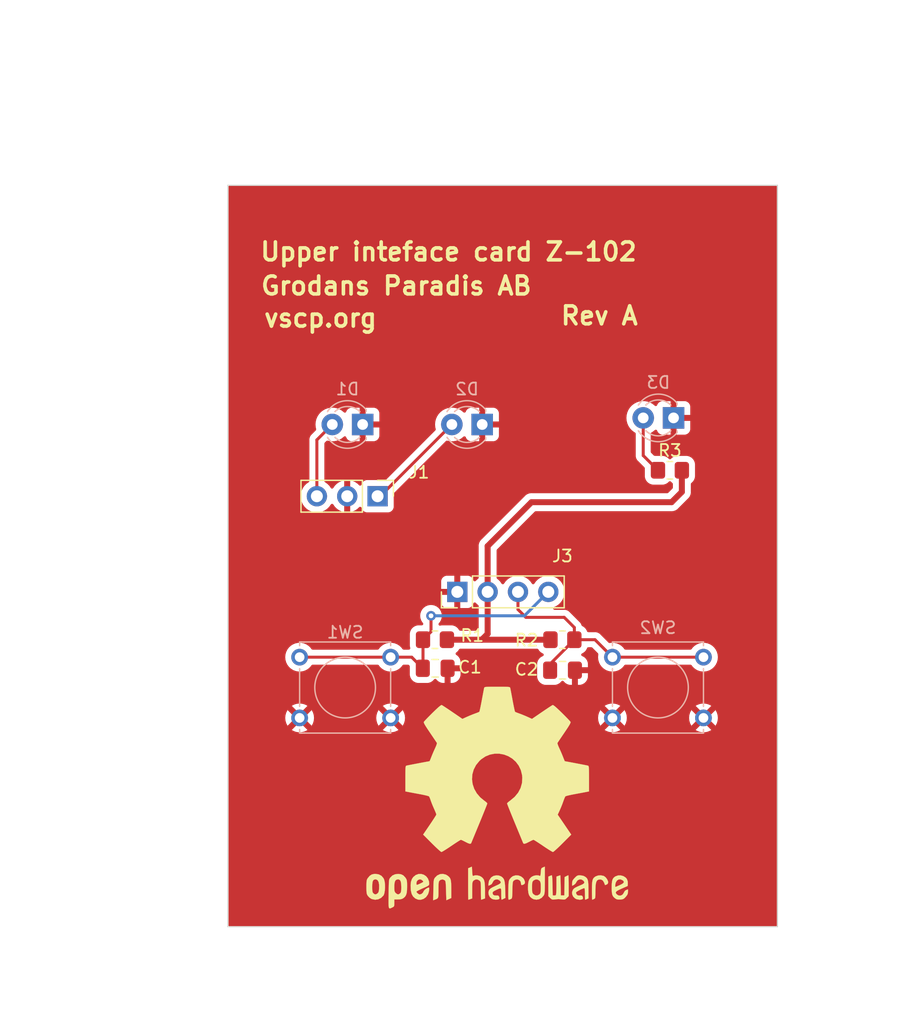
<source format=kicad_pcb>
(kicad_pcb (version 20221018) (generator pcbnew)
  (layers (0 "F.Cu" signal) (31 "B.Cu" signal) (34 "B.Paste" user) (35 "F.Paste" user) (36 "B.SilkS" user "B.Silkscreen") (37 "F.SilkS" user "F.Silkscreen") (38 "B.Mask" user) (39 "F.Mask" user) (44 "Edge.Cuts" user))
  (net 0 "")
  (net 1 "Net-(J3-Pin_4)")
  (net 2 "GND")
  (net 3 "Net-(J3-Pin_3)")
  (net 4 "Net-(D1-A)")
  (net 5 "Net-(D2-A)")
  (net 6 "Net-(D3-A)")
  (net 7 "+3.3V")
  (footprint "Connector_PinHeader_2.54mm:PinHeader_1x03_P2.54mm_Vertical" (layer "F.Cu") (at 112.525 86 -90)
    (fp_text reference "J1" (at -2 -3.475 -180) (layer "F.SilkS"))
    (fp_text value "Conn_01x03" hide)
    (fp_line (start -1.33 -1.33) (end 0 -1.33) (stroke (width 0.12)) (layer "F.SilkS"))
    (fp_line (start -1.33 0) (end -1.33 -1.33) (stroke (width 0.12)) (layer "F.SilkS"))
    (fp_line (start -1.33 1.27) (end -1.33 6.41) (stroke (width 0.12)) (layer "F.SilkS"))
    (fp_line (start -1.33 1.27) (end 1.33 1.27) (stroke (width 0.12)) (layer "F.SilkS"))
    (fp_line (start -1.33 6.41) (end 1.33 6.41) (stroke (width 0.12)) (layer "F.SilkS"))
    (fp_line (start 1.33 1.27) (end 1.33 6.41) (stroke (width 0.12)) (layer "F.SilkS"))
    (pad "1" thru_hole rect (at 0 0 270) (size 1.7 1.7) (drill 1) (layers "*.Cu" "*.Mask") (net 5 "Net-(D2-A)"))
    (pad "2" thru_hole oval (at 0 2.54 270) (size 1.7 1.7) (drill 1) (layers "*.Cu" "*.Mask") (net 2 "GND"))
    (pad "3" thru_hole oval (at 0 5.08 270) (size 1.7 1.7) (drill 1) (layers "*.Cu" "*.Mask") (net 4 "Net-(D1-A)"))
  )
  (footprint "Resistor_SMD:R_0805_2012Metric_Pad1.20x1.40mm_HandSolder" (layer "F.Cu") (at 137 83.83)
    (fp_text reference "R3" (at 0 -1.65) (layer "F.SilkS"))
    (fp_text value "10K" hide)
    (fp_line (start -0.227064 -0.735) (end 0.227064 -0.735) (stroke (width 0.12)) (layer "F.SilkS"))
    (fp_line (start -0.227064 0.735) (end 0.227064 0.735) (stroke (width 0.12)) (layer "F.SilkS"))
    (pad "1" smd roundrect (at -1 0) (size 1.2 1.4) (layers "F.Cu" "F.Paste" "F.Mask") (roundrect_rratio 0.2083333333) (net 6 "Net-(D3-A)"))
    (pad "2" smd roundrect (at 1 0) (size 1.2 1.4) (layers "F.Cu" "F.Paste" "F.Mask") (roundrect_rratio 0.2083333333) (net 7 "+3.3V"))
  )
  (footprint "Connector_PinHeader_2.54mm:PinHeader_1x04_P2.54mm_Vertical" (layer "F.Cu") (at 119.2 94 90)
    (fp_text reference "J3" (at 3 8.8 180) (layer "F.SilkS"))
    (fp_text value "Conn_01x04" hide)
    (fp_line (start -1.33 -1.33) (end 0 -1.33) (stroke (width 0.12)) (layer "F.SilkS"))
    (fp_line (start -1.33 0) (end -1.33 -1.33) (stroke (width 0.12)) (layer "F.SilkS"))
    (fp_line (start -1.33 1.27) (end -1.33 8.95) (stroke (width 0.12)) (layer "F.SilkS"))
    (fp_line (start -1.33 1.27) (end 1.33 1.27) (stroke (width 0.12)) (layer "F.SilkS"))
    (fp_line (start -1.33 8.95) (end 1.33 8.95) (stroke (width 0.12)) (layer "F.SilkS"))
    (fp_line (start 1.33 1.27) (end 1.33 8.95) (stroke (width 0.12)) (layer "F.SilkS"))
    (pad "1" thru_hole rect (at 0 0 90) (size 1.7 1.7) (drill 1) (layers "*.Cu" "*.Mask") (net 2 "GND"))
    (pad "2" thru_hole oval (at 0 2.54 90) (size 1.7 1.7) (drill 1) (layers "*.Cu" "*.Mask") (net 7 "+3.3V"))
    (pad "3" thru_hole oval (at 0 5.08 90) (size 1.7 1.7) (drill 1) (layers "*.Cu" "*.Mask") (net 3 "Net-(J3-Pin_3)"))
    (pad "4" thru_hole oval (at 0 7.62 90) (size 1.7 1.7) (drill 1) (layers "*.Cu" "*.Mask") (net 1 "Net-(J3-Pin_4)"))
  )
  (footprint "Capacitor_SMD:C_0805_2012Metric_Pad1.18x1.45mm_HandSolder" (layer "F.Cu") (at 128.01 100.55)
    (fp_text reference "C2" (at -3.01 -0.07) (layer "F.SilkS"))
    (fp_text value "1uF" hide)
    (fp_line (start -0.261252 -0.735) (end 0.261252 -0.735) (stroke (width 0.12)) (layer "F.SilkS"))
    (fp_line (start -0.261252 0.735) (end 0.261252 0.735) (stroke (width 0.12)) (layer "F.SilkS"))
    (pad "1" smd roundrect (at -1.0375 0) (size 1.175 1.45) (layers "F.Cu" "F.Paste" "F.Mask") (roundrect_rratio 0.2127659574) (net 3 "Net-(J3-Pin_3)"))
    (pad "2" smd roundrect (at 1.0375 0) (size 1.175 1.45) (layers "F.Cu" "F.Paste" "F.Mask") (roundrect_rratio 0.2127659574) (net 2 "GND"))
  )
  (footprint "Capacitor_SMD:C_0805_2012Metric_Pad1.18x1.45mm_HandSolder" (layer "F.Cu") (at 117.35 100.39)
    (fp_text reference "C1" (at 2.91 -0.09) (layer "F.SilkS"))
    (fp_text value "1uF" hide)
    (fp_line (start -0.261252 -0.735) (end 0.261252 -0.735) (stroke (width 0.12)) (layer "F.SilkS"))
    (fp_line (start -0.261252 0.735) (end 0.261252 0.735) (stroke (width 0.12)) (layer "F.SilkS"))
    (pad "1" smd roundrect (at -1.0375 0) (size 1.175 1.45) (layers "F.Cu" "F.Paste" "F.Mask") (roundrect_rratio 0.2127659574) (net 1 "Net-(J3-Pin_4)"))
    (pad "2" smd roundrect (at 1.0375 0) (size 1.175 1.45) (layers "F.Cu" "F.Paste" "F.Mask") (roundrect_rratio 0.2127659574) (net 2 "GND"))
  )
  (footprint "Symbol:OSHW-Logo2_24.3x20mm_SilkScreen" (layer "F.Cu") (at 122.54 111.18)
    (fp_text reference "REF**" hide)
    (fp_text value "OSHW-Logo2_24.3x20mm_SilkScreen" hide)
    (fp_poly (pts (xy 8.892816 6.566697) (xy 8.950976 6.592116) (xy 9.089795 6.702059) (xy 9.208505 6.86103) (xy 9.281921 7.030677) (xy 9.29387 7.114313) (xy 9.253809 7.231078) (xy 9.165935 7.292862) (xy 9.071718 7.330273) (xy 9.028577 7.337167) (xy 9.007571 7.287138) (xy 8.96609 7.178269) (xy 8.947892 7.129076) (xy 8.845848 6.958913) (xy 8.698103 6.874038) (xy 8.508655 6.876648) (xy 8.494623 6.879991) (xy 8.393481 6.927945) (xy 8.319124 7.021432) (xy 8.268338 7.171939) (xy 8.237908 7.390951) (xy 8.224618 7.689956) (xy 8.223372 7.849056) (xy 8.222754 8.099855) (xy 8.218705 8.270825) (xy 8.207933 8.379454) (xy 8.187147 8.44323) (xy 8.153055 8.479643) (xy 8.102365 8.506179) (xy 8.099435 8.507515) (xy 8.001818 8.548787) (xy 7.953458 8.563985) (xy 7.946027 8.518037) (xy 7.939666 8.391034) (xy 7.934832 8.199235) (xy 7.931985 7.958902) (xy 7.931418 7.783024) (xy 7.934313 7.442688) (xy 7.945637 7.184495) (xy 7.969346 6.993374) (xy 8.009397 6.854253) (xy 8.069747 6.75206) (xy 8.154353 6.671724) (xy 8.237899 6.615655) (xy 8.438791 6.541032) (xy 8.672596 6.524202) (xy 8.892816 6.566697)) (stroke (width 0.01)) (fill solid) (layer "F.SilkS"))
    (fp_poly (pts (xy -4.304284 6.462865) (xy -4.148128 6.55319) (xy -4.039559 6.642845) (xy -3.960155 6.736776) (xy -3.905454 6.851646) (xy -3.87099 7.004114) (xy -3.852299 7.210844) (xy -3.844919 7.488496) (xy -3.844061 7.688086) (xy -3.844061 8.422766) (xy -4.050862 8.515472) (xy -4.257662 8.608179) (xy -4.281992 7.803492) (xy -4.292045 7.502966) (xy -4.302591 7.284835) (xy -4.315657 7.134186) (xy -4.333271 7.036107) (xy -4.357461 6.975688) (xy -4.390254 6.938016) (xy -4.400775 6.929862) (xy -4.560187 6.866178) (xy -4.721321 6.891378) (xy -4.817241 6.958238) (xy -4.856259 7.005616) (xy -4.883267 7.067787) (xy -4.900432 7.162039) (xy -4.909918 7.305657) (xy -4.913893 7.515931) (xy -4.914559 7.73507) (xy -4.91469 8.009999) (xy -4.919397 8.204602) (xy -4.935154 8.335851) (xy -4.968433 8.420718) (xy -5.025707 8.476177) (xy -5.113447 8.519201) (xy -5.230638 8.563907) (xy -5.358632 8.612571) (xy -5.343396 7.74891) (xy -5.337261 7.437565) (xy -5.330082 7.207483) (xy -5.319795 7.042614) (xy -5.30433 6.926909) (xy -5.281621 6.844316) (xy -5.249601 6.778788) (xy -5.210997 6.720974) (xy -5.024747 6.536283) (xy -4.797479 6.429481) (xy -4.550291 6.403898) (xy -4.304284 6.462865)) (stroke (width 0.01)) (fill solid) (layer "F.SilkS"))
    (fp_poly (pts (xy 1.776572 6.536534) (xy 1.997609 6.618099) (xy 2.176683 6.762366) (xy 2.24672 6.86392) (xy 2.323071 7.050268) (xy 2.321485 7.18501) (xy 2.241347 7.275631) (xy 2.211696 7.29104) (xy 2.083674 7.339084) (xy 2.018294 7.326776) (xy 1.996148 7.246098) (xy 1.99502 7.201533) (xy 1.954477 7.037581) (xy 1.848802 6.922891) (xy 1.701924 6.867497) (xy 1.537773 6.881435) (xy 1.404337 6.953827) (xy 1.359269 6.99512) (xy 1.327323 7.045216) (xy 1.305744 7.120942) (xy 1.291773 7.239128) (xy 1.282655 7.4166) (xy 1.275631 7.670186) (xy 1.273812 7.750479) (xy 1.267178 8.025158) (xy 1.259636 8.218481) (xy 1.248325 8.346388) (xy 1.230385 8.424822) (xy 1.202955 8.469725) (xy 1.163177 8.497038) (xy 1.13771 8.509105) (xy 1.029556 8.550367) (xy 0.96589 8.563985) (xy 0.944854 8.518505) (xy 0.932013 8.381006) (xy 0.9273 8.149902) (xy 0.930644 7.823604) (xy 0.931686 7.773276) (xy 0.939035 7.475581) (xy 0.947726 7.258205) (xy 0.960092 7.104153) (xy 0.97847 6.99643) (xy 1.005195 6.918042) (xy 1.042602 6.851994) (xy 1.06217 6.823691) (xy 1.174366 6.698467) (xy 1.29985 6.601063) (xy 1.315213 6.592561) (xy 1.540223 6.525433) (xy 1.776572 6.536534)) (stroke (width 0.01)) (fill solid) (layer "F.SilkS"))
    (fp_poly (pts (xy -2.092337 6.206429) (xy -2.078077 6.405313) (xy -2.061698 6.522511) (xy -2.039002 6.573632) (xy -2.005788 6.574286) (xy -1.995019 6.568183) (xy -1.851767 6.523997) (xy -1.665425 6.526577) (xy -1.475976 6.571999) (xy -1.357483 6.630759) (xy -1.235991 6.724631) (xy -1.147177 6.830865) (xy -1.086208 6.96585) (xy -1.04825 7.145976) (xy -1.028468 7.387633) (xy -1.02203 7.707211) (xy -1.021914 7.768516) (xy -1.021839 8.457147) (xy -1.175077 8.510566) (xy -1.283913 8.546908) (xy -1.343626 8.563828) (xy -1.345383 8.563985) (xy -1.351264 8.5181) (xy -1.356268 8.391539) (xy -1.360016 8.200941) (xy -1.362127 7.962948) (xy -1.362452 7.818252) (xy -1.363129 7.532955) (xy -1.366614 7.32848) (xy -1.375088 7.188334) (xy -1.390734 7.096023) (xy -1.415731 7.035053) (xy -1.452262 6.988931) (xy -1.475071 6.96672) (xy -1.631751 6.877214) (xy -1.802726 6.870511) (xy -1.95785 6.946208) (xy -1.986537 6.973539) (xy -2.028613 7.024929) (xy -2.057799 7.085886) (xy -2.076429 7.174025) (xy -2.086839 7.306961) (xy -2.091363 7.502309) (xy -2.092337 7.771652) (xy -2.092337 8.457147) (xy -2.245575 8.510566) (xy -2.354411 8.546908) (xy -2.414124 8.563828) (xy -2.415881 8.563985) (xy -2.420375 8.517414) (xy -2.424425 8.386051) (xy -2.42787 8.182422) (xy -2.430547 7.919054) (xy -2.432294 7.608471) (xy -2.432949 7.263201) (xy -2.43295 7.247843) (xy -2.43295 5.931701) (xy -2.116666 5.798289) (xy -2.092337 6.206429)) (stroke (width 0.01)) (fill solid) (layer "F.SilkS"))
    (fp_poly (pts (xy 5.966873 6.5664) (xy 5.974299 6.694422) (xy 5.980118 6.888985) (xy 5.983859 7.134702) (xy 5.985058 7.392426) (xy 5.985058 8.264545) (xy 5.831075 8.418528) (xy 5.724963 8.513412) (xy 5.631816 8.551845) (xy 5.504504 8.549413) (xy 5.453968 8.543223) (xy 5.296017 8.52521) (xy 5.165371 8.514888) (xy 5.133525 8.513935) (xy 5.026166 8.520171) (xy 4.872619 8.535824) (xy 4.813083 8.543223) (xy 4.666857 8.554668) (xy 4.568589 8.529808) (xy 4.47115 8.453058) (xy 4.435976 8.418528) (xy 4.281993 8.264545) (xy 4.281993 6.633246) (xy 4.40593 6.576776) (xy 4.51265 6.53495) (xy 4.575087 6.520307) (xy 4.591096 6.566583) (xy 4.606058 6.695884) (xy 4.618978 6.893914) (xy 4.628857 7.14638) (xy 4.633622 7.359675) (xy 4.646935 8.199042) (xy 4.76308 8.215464) (xy 4.868716 8.203982) (xy 4.920477 8.166805) (xy 4.934945 8.097298) (xy 4.947298 7.94924) (xy 4.956552 7.741391) (xy 4.961728 7.492512) (xy 4.962474 7.364435) (xy 4.963219 6.627145) (xy 5.116457 6.573726) (xy 5.224916 6.537406) (xy 5.283913 6.520468) (xy 5.285614 6.520307) (xy 5.291533 6.566349) (xy 5.298039 6.694018) (xy 5.304586 6.887632) (xy 5.310627 7.131507) (xy 5.314848 7.359675) (xy 5.328161 8.199042) (xy 5.620115 8.199042) (xy 5.633513 7.433275) (xy 5.64691 6.667508) (xy 5.789238 6.593908) (xy 5.894322 6.543366) (xy 5.956517 6.520431) (xy 5.958312 6.520307) (xy 5.966873 6.5664)) (stroke (width 0.01)) (fill solid) (layer "F.SilkS"))
    (fp_poly (pts (xy -9.919632 6.443358) (xy -9.691564 6.56328) (xy -9.523248 6.756278) (xy -9.463459 6.880355) (xy -9.416934 7.066653) (xy -9.393118 7.302045) (xy -9.39086 7.558952) (xy -9.409008 7.809799) (xy -9.446411 8.027009) (xy -9.501916 8.183005) (xy -9.518975 8.209871) (xy -9.72103 8.410415) (xy -9.961022 8.530529) (xy -10.221434 8.56568) (xy -10.484753 8.511337) (xy -10.558033 8.478756) (xy -10.700739 8.378353) (xy -10.825986 8.245225) (xy -10.837823 8.228341) (xy -10.885935 8.146969) (xy -10.917738 8.059984) (xy -10.936526 7.945475) (xy -10.945592 7.78153) (xy -10.948229 7.54624) (xy -10.948275 7.493487) (xy -10.948154 7.476699) (xy -10.461685 7.476699) (xy -10.458854 7.698761) (xy -10.447712 7.846123) (xy -10.424291 7.941308) (xy -10.384619 8.006837) (xy -10.364367 8.028736) (xy -10.24794 8.111953) (xy -10.134902 8.108158) (xy -10.020609 8.035973) (xy -9.952441 7.958911) (xy -9.91207 7.846429) (xy -9.889398 7.669055) (xy -9.887843 7.648367) (xy -9.883973 7.326911) (xy -9.924417 7.088167) (xy -10.008626 6.9336) (xy -10.136053 6.864678) (xy -10.18154 6.86092) (xy -10.300981 6.879821) (xy -10.382683 6.945306) (xy -10.432637 7.070544) (xy -10.456834 7.268704) (xy -10.461685 7.476699) (xy -10.948154 7.476699) (xy -10.946463 7.242765) (xy -10.938853 7.067582) (xy -10.922186 6.946191) (xy -10.893201 6.856847) (xy -10.84864 6.777803) (xy -10.838793 6.763107) (xy -10.67328 6.565011) (xy -10.49293 6.450014) (xy -10.273365 6.404365) (xy -10.198805 6.402135) (xy -9.919632 6.443358)) (stroke (width 0.01)) (fill solid) (layer "F.SilkS"))
    (fp_poly (pts (xy 10.572399 6.594233) (xy 10.764917 6.720057) (xy 10.857774 6.832696) (xy 10.93134 7.037092) (xy 10.937183 7.19883) (xy 10.923947 7.415094) (xy 10.425192 7.633398) (xy 10.182685 7.74493) (xy 10.024229 7.83465) (xy 9.941836 7.912361) (xy 9.927518 7.987867) (xy 9.973287 8.070971) (xy 10.023755 8.126054) (xy 10.170605 8.214389) (xy 10.330328 8.220579) (xy 10.47702 8.151735) (xy 10.584781 8.014972) (xy 10.604055 7.96668) (xy 10.696376 7.815848) (xy 10.802588 7.751567) (xy 10.948276 7.696576) (xy 10.948276 7.905057) (xy 10.935396 8.046926) (xy 10.884943 8.166563) (xy 10.779197 8.303927) (xy 10.76348 8.321777) (xy 10.645855 8.443986) (xy 10.544746 8.50957) (xy 10.41825 8.539742) (xy 10.313384 8.549623) (xy 10.125811 8.552085) (xy 9.992284 8.520892) (xy 9.908983 8.474579) (xy 9.778063 8.372735) (xy 9.687439 8.262591) (xy 9.630087 8.124069) (xy 9.59898 7.93709) (xy 9.587094 7.681577) (xy 9.586145 7.551894) (xy 9.589371 7.396421) (xy 9.883166 7.396421) (xy 9.886573 7.479827) (xy 9.895066 7.493487) (xy 9.95111 7.474931) (xy 10.071718 7.425822) (xy 10.232913 7.356002) (xy 10.266622 7.340995) (xy 10.470339 7.237404) (xy 10.582579 7.146359) (xy 10.607247 7.061081) (xy 10.548245 6.974794) (xy 10.499518 6.936667) (xy 10.323694 6.860417) (xy 10.159127 6.873014) (xy 10.021354 6.966086) (xy 9.925913 7.131256) (xy 9.895314 7.262357) (xy 9.883166 7.396421) (xy 9.589371 7.396421) (xy 9.592432 7.248919) (xy 9.615599 7.024756) (xy 9.66149 6.861526) (xy 9.735954 6.741352) (xy 9.844836 6.646355) (xy 9.892305 6.615655) (xy 10.107938 6.535703) (xy 10.344021 6.530672) (xy 10.572399 6.594233)) (stroke (width 0.01)) (fill solid) (layer "F.SilkS"))
    (fp_poly (pts (xy 3.989857 6.924093) (xy 3.989239 7.287769) (xy 3.986847 7.567532) (xy 3.981671 7.776784) (xy 3.972704 7.928926) (xy 3.958936 8.037359) (xy 3.939361 8.115485) (xy 3.912968 8.176707) (xy 3.892984 8.211652) (xy 3.727483 8.401157) (xy 3.517648 8.519942) (xy 3.285486 8.562564) (xy 3.053008 8.523583) (xy 2.914572 8.453532) (xy 2.769242 8.332353) (xy 2.670195 8.184354) (xy 2.610435 7.990534) (xy 2.582969 7.731892) (xy 2.579079 7.542146) (xy 2.579603 7.52851) (xy 2.919541 7.52851) (xy 2.921617 7.746096) (xy 2.93113 7.890134) (xy 2.953008 7.984364) (xy 2.992176 8.052523) (xy 3.038976 8.103936) (xy 3.196146 8.203175) (xy 3.3649 8.211653) (xy 3.524393 8.128799) (xy 3.536807 8.117572) (xy 3.589791 8.059171) (xy 3.623014 7.989686) (xy 3.641 7.88627) (xy 3.648275 7.726073) (xy 3.649426 7.548965) (xy 3.646932 7.326467) (xy 3.636608 7.178037) (xy 3.614191 7.080489) (xy 3.575418 7.010637) (xy 3.543626 6.973539) (xy 3.395939 6.879975) (xy 3.225846 6.868725) (xy 3.063492 6.94019) (xy 3.03216 6.96672) (xy 2.978822 7.025636) (xy 2.945531 7.095837) (xy 2.927656 7.200418) (xy 2.920566 7.362479) (xy 2.919541 7.52851) (xy 2.579603 7.52851) (xy 2.59084 7.236579) (xy 2.630787 7.006993) (xy 2.705913 6.834387) (xy 2.823214 6.69976) (xy 2.914572 6.630759) (xy 3.080627 6.556214) (xy 3.273092 6.521613) (xy 3.451999 6.530875) (xy 3.552108 6.568238) (xy 3.591393 6.578872) (xy 3.617461 6.539225) (xy 3.635658 6.432981) (xy 3.649426 6.271145) (xy 3.664499 6.090902) (xy 3.685436 5.982458) (xy 3.723532 5.920446) (xy 3.790085 5.879499) (xy 3.831897 5.861366) (xy 3.990039 5.79512) (xy 3.989857 6.924093)) (stroke (width 0.01)) (fill solid) (layer "F.SilkS"))
    (fp_poly (pts (xy -6.140747 6.474461) (xy -5.948903 6.603519) (xy -5.800648 6.789915) (xy -5.712084 7.027109) (xy -5.694172 7.201691) (xy -5.696206 7.274544) (xy -5.71324 7.330324) (xy -5.760064 7.380298) (xy -5.851473 7.435733) (xy -6.002258 7.507896) (xy -6.227213 7.608055) (xy -6.228352 7.608558) (xy -6.435415 7.703396) (xy -6.605212 7.787609) (xy -6.720388 7.852133) (xy -6.76359 7.8879) (xy -6.763601 7.888188) (xy -6.725525 7.966074) (xy -6.636484 8.051924) (xy -6.534263 8.113769) (xy -6.482474 8.126054) (xy -6.341184 8.083564) (xy -6.219512 7.977152) (xy -6.160145 7.860156) (xy -6.103033 7.773905) (xy -5.991161 7.675681) (xy -5.859654 7.590827) (xy -5.743632 7.544681) (xy -5.719371 7.542146) (xy -5.692062 7.583868) (xy -5.690416 7.690519) (xy -5.710486 7.834321) (xy -5.748322 7.987501) (xy -5.799977 8.122283) (xy -5.802586 8.127516) (xy -5.958031 8.344557) (xy -6.159493 8.492185) (xy -6.388288 8.564644) (xy -6.625733 8.556177) (xy -6.853146 8.461027) (xy -6.863257 8.454337) (xy -7.04215 8.292211) (xy -7.15978 8.080682) (xy -7.224877 7.802543) (xy -7.233613 7.724398) (xy -7.249086 7.355549) (xy -7.230537 7.183541) (xy -6.763601 7.183541) (xy -6.757534 7.290838) (xy -6.724351 7.322152) (xy -6.641623 7.298725) (xy -6.511221 7.243348) (xy -6.365457 7.173932) (xy -6.361834 7.172094) (xy -6.238283 7.107108) (xy -6.188697 7.06374) (xy -6.200925 7.018275) (xy -6.252412 6.958536) (xy -6.383399 6.872085) (xy -6.524462 6.865733) (xy -6.650995 6.928649) (xy -6.738392 7.050003) (xy -6.763601 7.183541) (xy -7.230537 7.183541) (xy -7.21726 7.060435) (xy -7.135609 6.826382) (xy -7.021939 6.662413) (xy -6.816775 6.496716) (xy -6.590786 6.414519) (xy -6.360075 6.409281) (xy -6.140747 6.474461)) (stroke (width 0.01)) (fill solid) (layer "F.SilkS"))
    (fp_poly (pts (xy 0.133241 6.540601) (xy 0.323905 6.611403) (xy 0.326086 6.612764) (xy 0.444006 6.69955) (xy 0.53106 6.800973) (xy 0.592286 6.933145) (xy 0.632723 7.112182) (xy 0.657409 7.354195) (xy 0.671382 7.675299) (xy 0.672607 7.721048) (xy 0.6902 8.410869) (xy 0.542152 8.487427) (xy 0.43503 8.539163) (xy 0.370351 8.563678) (xy 0.367359 8.563985) (xy 0.356166 8.518751) (xy 0.347275 8.396736) (xy 0.341806 8.218468) (xy 0.340613 8.074116) (xy 0.340586 7.840271) (xy 0.329896 7.693419) (xy 0.292633 7.623376) (xy 0.212888 7.619958) (xy 0.074749 7.672983) (xy -0.133812 7.770454) (xy -0.287171 7.851409) (xy -0.366048 7.921644) (xy -0.389236 7.998194) (xy -0.389272 8.001982) (xy -0.351007 8.133852) (xy -0.237717 8.205091) (xy -0.064336 8.21541) (xy 0.06055 8.21362) (xy 0.126399 8.249589) (xy 0.167464 8.335985) (xy 0.191099 8.446054) (xy 0.157039 8.508508) (xy 0.144214 8.517446) (xy 0.023472 8.553343) (xy -0.145612 8.558426) (xy -0.319739 8.534631) (xy -0.443124 8.491147) (xy -0.613713 8.346309) (xy -0.710681 8.144694) (xy -0.729885 7.98718) (xy -0.71523 7.845104) (xy -0.662199 7.729127) (xy -0.557194 7.626121) (xy -0.386614 7.522954) (xy -0.136862 7.406496) (xy -0.121647 7.399914) (xy 0.103329 7.295981) (xy 0.242157 7.210743) (xy 0.301662 7.134147) (xy 0.288672 7.056139) (xy 0.210012 6.966664) (xy 0.18649 6.946073) (xy 0.028933 6.866236) (xy -0.134323 6.869597) (xy -0.276505 6.947874) (xy -0.37084 7.092781) (xy -0.379605 7.121224) (xy -0.464962 7.259174) (xy -0.573271 7.32562) (xy -0.729885 7.391471) (xy -0.729885 7.221097) (xy -0.682244 6.973454) (xy -0.540841 6.746307) (xy -0.467258 6.670318) (xy -0.299991 6.57279) (xy -0.087274 6.52864) (xy 0.133241 6.540601)) (stroke (width 0.01)) (fill solid) (layer "F.SilkS"))
    (fp_poly (pts (xy -8.046834 6.436506) (xy -7.860916 6.529204) (xy -7.69682 6.699885) (xy -7.651628 6.763107) (xy -7.602396 6.845834) (xy -7.570453 6.935687) (xy -7.552178 7.055608) (xy -7.543952 7.228537) (xy -7.542145 7.456835) (xy -7.550303 7.769693) (xy -7.578659 8.004598) (xy -7.633038 8.179847) (xy -7.719263 8.313738) (xy -7.843159 8.424569) (xy -7.852263 8.431131) (xy -7.974366 8.498256) (xy -8.1214 8.531467) (xy -8.308396 8.539655) (xy -8.612387 8.539655) (xy -8.612515 8.834762) (xy -8.615344 8.999117) (xy -8.632582 9.095523) (xy -8.67763 9.153343) (xy -8.763886 9.201941) (xy -8.784601 9.211869) (xy -8.881538 9.258398) (xy -8.956593 9.287786) (xy -9.012402 9.290324) (xy -9.051603 9.256302) (xy -9.076832 9.176012) (xy -9.090728 9.039743) (xy -9.095927 8.837787) (xy -9.095066 8.560434) (xy -9.090784 8.197976) (xy -9.089447 8.08956) (xy -9.084629 7.715837) (xy -9.080313 7.471369) (xy -8.612643 7.471369) (xy -8.610015 7.678877) (xy -8.598333 7.814645) (xy -8.571903 7.904192) (xy -8.525031 7.973039) (xy -8.493207 8.006618) (xy -8.363108 8.104869) (xy -8.247921 8.112866) (xy -8.129066 8.03173) (xy -8.126053 8.028736) (xy -8.077695 7.96603) (xy -8.048278 7.880808) (xy -8.03344 7.749564) (xy -8.028819 7.548793) (xy -8.028735 7.504314) (xy -8.039902 7.227639) (xy -8.076253 7.035842) (xy -8.142059 6.918757) (xy -8.241593 6.866215) (xy -8.299119 6.86092) (xy -8.435649 6.885767) (xy -8.529298 6.967581) (xy -8.58567 7.11727) (xy -8.610367 7.345743) (xy -8.612643 7.471369) (xy -9.080313 7.471369) (xy -9.079522 7.426587) (xy -9.072922 7.20897) (xy -9.063623 7.050146) (xy -9.050423 6.937274) (xy -9.032115 6.857513) (xy -9.007497 6.798023) (xy -8.975363 6.745963) (xy -8.961585 6.726373) (xy -8.778812 6.541328) (xy -8.547724 6.436412) (xy -8.28041 6.407163) (xy -8.046834 6.436506)) (stroke (width 0.01)) (fill solid) (layer "F.SilkS"))
    (fp_poly (pts (xy 7.190678 6.558594) (xy 7.330782 6.622323) (xy 7.44075 6.699543) (xy 7.521324 6.785887) (xy 7.576954 6.897272) (xy 7.612089 7.049616) (xy 7.631179 7.258835) (xy 7.638672 7.540846) (xy 7.639464 7.726555) (xy 7.639464 8.451046) (xy 7.515527 8.507515) (xy 7.41791 8.548787) (xy 7.36955 8.563985) (xy 7.360298 8.518762) (xy 7.352958 8.396824) (xy 7.348464 8.218772) (xy 7.34751 8.077395) (xy 7.34341 7.873146) (xy 7.332354 7.711113) (xy 7.316211 7.611891) (xy 7.303387 7.590805) (xy 7.217186 7.612338) (xy 7.081862 7.667566) (xy 6.92517 7.742436) (xy 6.774863 7.822892) (xy 6.658693 7.89488) (xy 6.604413 7.944346) (xy 6.604198 7.944881) (xy 6.608867 8.036428) (xy 6.650732 8.12382) (xy 6.724235 8.194802) (xy 6.831516 8.218543) (xy 6.923202 8.215777) (xy 7.053058 8.213741) (xy 7.121221 8.244164) (xy 7.162159 8.324543) (xy 7.167321 8.3397) (xy 7.185067 8.454331) (xy 7.137609 8.523934) (xy 7.013907 8.557105) (xy 6.880281 8.56324) (xy 6.639817 8.517763) (xy 6.515338 8.452817) (xy 6.361605 8.300246) (xy 6.280073 8.112971) (xy 6.272756 7.915085) (xy 6.341669 7.730685) (xy 6.445328 7.615134) (xy 6.548823 7.550442) (xy 6.711492 7.468542) (xy 6.901054 7.385486) (xy 6.93265 7.372795) (xy 7.140869 7.280908) (xy 7.260898 7.199923) (xy 7.299501 7.119413) (xy 7.26344 7.02895) (xy 7.201533 6.958238) (xy 7.055213 6.87117) (xy 6.894217 6.86464) (xy 6.746573 6.931735) (xy 6.64031 7.065544) (xy 6.626362 7.100067) (xy 6.54516 7.227042) (xy 6.426608 7.321309) (xy 6.277012 7.398668) (xy 6.277012 7.179307) (xy 6.285817 7.04528) (xy 6.32357 6.939644) (xy 6.407279 6.826939) (xy 6.487636 6.740127) (xy 6.612591 6.617204) (xy 6.709677 6.551171) (xy 6.813954 6.524684) (xy 6.931989 6.520307) (xy 7.190678 6.558594)) (stroke (width 0.01)) (fill solid) (layer "F.SilkS"))
    (fp_poly (pts (xy 0.348357 -9.245003) (xy 0.611677 -9.243561) (xy 0.802246 -9.239658) (xy 0.932345 -9.232063) (xy 1.014257 -9.21955) (xy 1.060266 -9.200889) (xy 1.082653 -9.174852) (xy 1.093702 -9.140212) (xy 1.094776 -9.135728) (xy 1.111559 -9.054811) (xy 1.142625 -8.895158) (xy 1.184742 -8.673762) (xy 1.234679 -8.407615) (xy 1.289203 -8.11371) (xy 1.291107 -8.103388) (xy 1.345723 -7.815364) (xy 1.396822 -7.560885) (xy 1.441106 -7.355215) (xy 1.475279 -7.213615) (xy 1.496043 -7.15135) (xy 1.497033 -7.150247) (xy 1.558199 -7.119841) (xy 1.68431 -7.069172) (xy 1.848131 -7.009178) (xy 1.849043 -7.008858) (xy 2.055388 -6.931296) (xy 2.29866 -6.832493) (xy 2.527969 -6.733152) (xy 2.538822 -6.72824) (xy 2.912317 -6.558724) (xy 3.739365 -7.123505) (xy 3.993077 -7.29568) (xy 4.222902 -7.449605) (xy 4.415525 -7.576526) (xy 4.557632 -7.667691) (xy 4.635907 -7.714345) (xy 4.64334 -7.717805) (xy 4.700224 -7.7024) (xy 4.806469 -7.628073) (xy 4.966219 -7.491319) (xy 5.183616 -7.288632) (xy 5.405548 -7.072992) (xy 5.619491 -6.860497) (xy 5.810969 -6.66659) (xy 5.968455 -6.503246) (xy 6.080422 -6.382439) (xy 6.135343 -6.316145) (xy 6.137386 -6.312732) (xy 6.143458 -6.267239) (xy 6.120584 -6.192944) (xy 6.063115 -6.079814) (xy 5.965399 -5.917815) (xy 5.821784 -5.696914) (xy 5.630333 -5.41254) (xy 5.460423 -5.162241) (xy 5.308538 -4.93775) (xy 5.183455 -4.7521) (xy 5.093949 -4.618325) (xy 5.0488 -4.549458) (xy 5.045958 -4.544782) (xy 5.05147 -4.478799) (xy 5.093255 -4.350552) (xy 5.162997 -4.18428) (xy 5.187854 -4.131181) (xy 5.296311 -3.894623) (xy 5.41202 -3.626211) (xy 5.506015 -3.393965) (xy 5.573745 -3.221593) (xy 5.627543 -3.090597) (xy 5.658631 -3.022133) (xy 5.662496 -3.016858) (xy 5.719671 -3.00812) (xy 5.854448 -2.984177) (xy 6.048906 -2.948438) (xy 6.285125 -2.904311) (xy 6.545184 -2.855205) (xy 6.811163 -2.804528) (xy 7.065143 -2.755687) (xy 7.289201 -2.712091) (xy 7.46542 -2.677149) (xy 7.575877 -2.654268) (xy 7.60297 -2.647799) (xy 7.630956 -2.631833) (xy 7.652081 -2.595773) (xy 7.667297 -2.527448) (xy 7.677553 -2.414685) (xy 7.6838 -2.245314) (xy 7.686988 -2.007162) (xy 7.688067 -1.688058) (xy 7.688123 -1.557259) (xy 7.688123 -0.493489) (xy 7.432663 -0.443067) (xy 7.290537 -0.415727) (xy 7.07845 -0.375818) (xy 6.822193 -0.328155) (xy 6.547558 -0.277554) (xy 6.471648 -0.263656) (xy 6.218221 -0.214383) (xy 5.997447 -0.16593) (xy 5.827857 -0.122785) (xy 5.72798 -0.089437) (xy 5.711343 -0.079498) (xy 5.670489 -0.009109) (xy 5.611913 0.127283) (xy 5.546955 0.302805) (xy 5.534071 0.340613) (xy 5.448934 0.57503) (xy 5.343256 0.839524) (xy 5.23984 1.077041) (xy 5.23933 1.078144) (xy 5.067112 1.450733) (xy 5.633524 2.283893) (xy 6.199935 3.117053) (xy 5.472702 3.8455) (xy 5.252748 4.062302) (xy 5.052132 4.253414) (xy 4.882122 4.408636) (xy 4.753985 4.517764) (xy 4.678989 4.570595) (xy 4.668231 4.573947) (xy 4.605067 4.547549) (xy 4.47618 4.47416) (xy 4.295649 4.362484) (xy 4.077554 4.221224) (xy 3.841754 4.063027) (xy 3.602436 3.901664) (xy 3.389059 3.761252) (xy 3.215175 3.650431) (xy 3.094334 3.577838) (xy 3.040263 3.552108) (xy 2.974294 3.57388) (xy 2.849198 3.631251) (xy 2.69078 3.7123) (xy 2.673987 3.721309) (xy 2.460652 3.8283) (xy 2.314364 3.880772) (xy 2.22338 3.88133) (xy 2.175959 3.83258) (xy 2.175683 3.831897) (xy 2.15198 3.774164) (xy 2.095449 3.637115) (xy 2.010474 3.431357) (xy 1.901438 3.167498) (xy 1.772724 2.856144) (xy 1.628715 2.507904) (xy 1.489251 2.170744) (xy 1.33598 1.798666) (xy 1.195251 1.453987) (xy 1.071282 1.147271) (xy 0.968291 0.889085) (xy 0.890496 0.689994) (xy 0.842114 0.560565) (xy 0.827204 0.512261) (xy 0.864594 0.45685) (xy 0.962398 0.368538) (xy 1.092815 0.271174) (xy 1.464223 -0.036747) (xy 1.75453 -0.389696) (xy 1.960256 -0.780239) (xy 2.077923 -1.200943) (xy 2.104051 -1.644371) (xy 2.08506 -1.849042) (xy 1.981583 -2.273677) (xy 1.803373 -2.648664) (xy 1.561482 -2.970304) (xy 1.266963 -3.234899) (xy 0.930871 -3.43875) (xy 0.564258 -3.578158) (xy 0.178177 -3.649426) (xy -0.216319 -3.648855) (xy -0.608175 -3.572746) (xy -0.98634 -3.417401) (xy -1.33976 -3.179121) (xy -1.487273 -3.044361) (xy -1.770184 -2.698321) (xy -1.967168 -2.320174) (xy -2.079536 -1.920945) (xy -2.108599 -1.511655) (xy -2.055669 -1.103328) (xy -1.922057 -0.706987) (xy -1.709075 -0.333655) (xy -1.418034 0.005645) (xy -1.092814 0.271174) (xy -0.957348 0.372671) (xy -0.861651 0.460025) (xy -0.827203 0.512343) (xy -0.84524 0.569398) (xy -0.896538 0.705698) (xy -0.976876 0.910678) (xy -1.082036 1.173772) (xy -1.207796 1.484416) (xy -1.349937 1.832043) (xy -1.489635 2.170826) (xy -1.643759 2.543222) (xy -1.786518 2.888307) (xy -1.913529 3.195477) (xy -2.020411 3.454125) (xy -2.10278 3.653647) (xy -2.156253 3.783435) (xy -2.176067 3.831897) (xy -2.222876 3.881129) (xy -2.313417 3.880985) (xy -2.459342 3.828877) (xy -2.672302 3.722216) (xy -2.673986 3.721309) (xy -2.83433 3.638536) (xy -2.963948 3.578242) (xy -3.037037 3.552346) (xy -3.040263 3.552108) (xy -3.095284 3.578374) (xy -3.216757 3.651416) (xy -3.391129 3.762595) (xy -3.60485 3.903273) (xy -3.841753 4.063027) (xy -4.082945 4.224779) (xy -4.300326 4.36545) (xy -4.479816 4.476335) (xy -4.607336 4.54873) (xy -4.66823 4.573947) (xy -4.724303 4.540803) (xy -4.83704 4.448173) (xy -4.995177 4.306257) (xy -5.187449 4.125255) (xy -5.402591 3.915369) (xy -5.472952 3.845249) (xy -6.200434 3.116552) (xy -5.646705 2.3039) (xy -5.478423 2.054342) (xy -5.330729 1.830366) (xy -5.21191 1.644949) (xy -5.13025 1.511065) (xy -5.094036 1.44169) (xy -5.092975 1.436755) (xy -5.112067 1.371364) (xy -5.163418 1.239825) (xy -5.23814 1.064181) (xy -5.290588 0.946591) (xy -5.388654 0.721461) (xy -5.481007 0.494015) (xy -5.552606 0.301839) (xy -5.572056 0.243295) (xy -5.627314 0.086956) (xy -5.681331 -0.033842) (xy -5.711001 -0.079498) (xy -5.776476 -0.107439) (xy -5.919376 -0.147049) (xy -6.121161 -0.193838) (xy -6.363288 -0.243317) (xy -6.471647 -0.263656) (xy -6.746811 -0.314219) (xy -7.010746 -0.363178) (xy -7.237659 -0.405719) (xy -7.401761 -0.437025) (xy -7.432662 -0.443067) (xy -7.688122 -0.493489) (xy -7.688122 -1.557259) (xy -7.687548 -1.90705) (xy -7.685193 -2.1717) (xy -7.680107 -2.363378) (xy -7.671339 -2.494256) (xy -7.657938 -2.576507) (xy -7.638954 -2.622302) (xy -7.613438 -2.643812) (xy -7.602969 -2.647799) (xy -7.539826 -2.661944) (xy -7.400325 -2.690166) (xy -7.202389 -2.729057) (xy -6.963935 -2.775208) (xy -6.702886 -2.825212) (xy -6.437161 -2.875659) (xy -6.184681 -2.923142) (xy -5.963365 -2.964252) (xy -5.791134 -2.995581) (xy -5.685908 -3.013722) (xy -5.662495 -3.016858) (xy -5.641284 -3.058827) (xy -5.594332 -3.17063) (xy -5.530419 -3.331112) (xy -5.506014 -3.393965) (xy -5.40758 -3.636797) (xy -5.291666 -3.905082) (xy -5.187853 -4.131181) (xy -5.111465 -4.304065) (xy -5.060644 -4.446123) (xy -5.043679 -4.533122) (xy -5.046384 -4.544782) (xy -5.082239 -4.59983) (xy -5.164108 -4.722261) (xy -5.283205 -4.899038) (xy -5.430742 -5.117123) (xy -5.597931 -5.36348) (xy -5.63099 -5.412109) (xy -5.82498 -5.700227) (xy -5.967579 -5.919623) (xy -6.064473 -6.080398) (xy -6.121346 -6.192654) (xy -6.143884 -6.26649) (xy -6.137772 -6.31201) (xy -6.137616 -6.3123) (xy -6.089511 -6.37209) (xy -5.983111 -6.487681) (xy -5.829948 -6.647091) (xy -5.641555 -6.838335) (xy -5.429465 -7.049432) (xy -5.405547 -7.072992) (xy -5.138262 -7.331828) (xy -4.931992 -7.521883) (xy -4.782592 -7.646663) (xy -4.68592 -7.709673) (xy -4.643339 -7.717805) (xy -4.581196 -7.682328) (xy -4.452237 -7.600377) (xy -4.269778 -7.480708) (xy -4.047133 -7.332074) (xy -3.797616 -7.163228) (xy -3.739364 -7.123505) (xy -2.912316 -6.558724) (xy -2.538821 -6.72824) (xy -2.311684 -6.827029) (xy -2.067872 -6.926383) (xy -1.858275 -7.005599) (xy -1.849042 -7.008858) (xy -1.685095 -7.068871) (xy -1.558715 -7.119618) (xy -1.497137 -7.150159) (xy -1.497032 -7.150247) (xy -1.477493 -7.205452) (xy -1.444279 -7.341221) (xy -1.400687 -7.542291) (xy -1.350016 -7.793401) (xy -1.295561 -8.079287) (xy -1.291106 -8.103388) (xy -1.236482 -8.397941) (xy -1.186336 -8.665316) (xy -1.143898 -8.88852) (xy -1.112402 -9.050561) (xy -1.095077 -9.134447) (xy -1.094775 -9.135728) (xy -1.084232 -9.171412) (xy -1.063731 -9.198354) (xy -1.020989 -9.217782) (xy -0.943724 -9.230925) (xy -0.819652 -9.239011) (xy -0.636491 -9.243268) (xy -0.381958 -9.244925) (xy -0.043769 -9.24521) (xy 0 -9.24521) (xy 0.348357 -9.245003)) (stroke (width 0.01)) (fill solid) (layer "F.SilkS"))
  )
  (footprint "Resistor_SMD:R_0805_2012Metric_Pad1.20x1.40mm_HandSolder" (layer "F.Cu") (at 128 98)
    (fp_text reference "R2" (at -3 0.04) (layer "F.SilkS"))
    (fp_text value "10K" hide)
    (fp_line (start -0.227064 -0.735) (end 0.227064 -0.735) (stroke (width 0.12)) (layer "F.SilkS"))
    (fp_line (start -0.227064 0.735) (end 0.227064 0.735) (stroke (width 0.12)) (layer "F.SilkS"))
    (pad "1" smd roundrect (at -1 0) (size 1.2 1.4) (layers "F.Cu" "F.Paste" "F.Mask") (roundrect_rratio 0.2083333333) (net 7 "+3.3V"))
    (pad "2" smd roundrect (at 1 0) (size 1.2 1.4) (layers "F.Cu" "F.Paste" "F.Mask") (roundrect_rratio 0.2083333333) (net 3 "Net-(J3-Pin_3)"))
  )
  (footprint "Resistor_SMD:R_0805_2012Metric_Pad1.20x1.40mm_HandSolder" (layer "F.Cu") (at 117.33 98 180)
    (fp_text reference "R1" (at -3.12 0.35) (layer "F.SilkS"))
    (fp_text value "10K" hide)
    (fp_line (start -0.227064 -0.735) (end 0.227064 -0.735) (stroke (width 0.12)) (layer "F.SilkS"))
    (fp_line (start -0.227064 0.735) (end 0.227064 0.735) (stroke (width 0.12)) (layer "F.SilkS"))
    (pad "1" smd roundrect (at -1 0 180) (size 1.2 1.4) (layers "F.Cu" "F.Paste" "F.Mask") (roundrect_rratio 0.2083333333) (net 7 "+3.3V"))
    (pad "2" smd roundrect (at 1 0 180) (size 1.2 1.4) (layers "F.Cu" "F.Paste" "F.Mask") (roundrect_rratio 0.2083333333) (net 1 "Net-(J3-Pin_4)"))
  )
  (footprint "Button_Switch_THT:SW_Tactile_Straight_KSL0Axx1LFTR" (layer "B.Cu") (at 113.62 99.46 180)
    (fp_text reference "SW1" (at 3.81 2.08) (layer "B.SilkS") (effects (justify mirror)))
    (fp_text value "Init")
    (fp_line (start 0 -6.05) (end 0 -6.35) (stroke (width 0.12)) (layer "B.SilkS"))
    (fp_line (start 0 -0.97) (end 0 -4.11) (stroke (width 0.12)) (layer "B.SilkS"))
    (fp_line (start 0 1.27) (end 0 0.97) (stroke (width 0.12)) (layer "B.SilkS"))
    (fp_line (start 0 1.27) (end 7.62 1.27) (stroke (width 0.12)) (layer "B.SilkS"))
    (fp_line (start 7.62 -6.35) (end 0 -6.35) (stroke (width 0.12)) (layer "B.SilkS"))
    (fp_line (start 7.62 -6.05) (end 7.62 -6.35) (stroke (width 0.12)) (layer "B.SilkS"))
    (fp_line (start 7.62 -0.97) (end 7.62 -4.11) (stroke (width 0.12)) (layer "B.SilkS"))
    (fp_line (start 7.62 1.27) (end 7.62 0.97) (stroke (width 0.12)) (layer "B.SilkS"))
    (fp_circle (center 3.81 -2.54) (end 3.81 0) (stroke (width 0.12)) (fill none) (layer "B.SilkS"))
    (pad "1" thru_hole circle (at 0 0 180) (size 1.397 1.397) (drill 0.8128) (layers "*.Cu" "*.Mask") (net 1 "Net-(J3-Pin_4)"))
    (pad "1" thru_hole circle (at 7.62 0 180) (size 1.397 1.397) (drill 0.8128) (layers "*.Cu" "*.Mask") (net 1 "Net-(J3-Pin_4)"))
    (pad "2" thru_hole circle (at 0 -5.08 180) (size 1.397 1.397) (drill 0.8128) (layers "*.Cu" "*.Mask") (net 2 "GND"))
    (pad "2" thru_hole circle (at 7.62 -5.08 180) (size 1.397 1.397) (drill 0.8128) (layers "*.Cu" "*.Mask") (net 2 "GND"))
  )
  (footprint "LED_THT:LED_D3.0mm" (layer "B.Cu") (at 137.305 79.45 180)
    (fp_text reference "D3" (at 1.27 2.96) (layer "B.SilkS") (effects (justify mirror)))
    (fp_text value "Power")
    (fp_line (start -0.29 -1.08) (end -0.29 -1.236) (stroke (width 0.12)) (layer "B.SilkS"))
    (fp_line (start -0.29 1.236) (end -0.29 1.08) (stroke (width 0.12)) (layer "B.SilkS"))
    (fp_arc (start -0.29 -1.235516) (mid 1.366487 -1.987659) (end 2.942335 -1.078608) (stroke (width 0.12)) (layer "B.SilkS"))
    (fp_arc (start 0.229039 -1.08) (mid 1.270117 -1.5) (end 2.31113 -1.079837) (stroke (width 0.12)) (layer "B.SilkS"))
    (fp_arc (start 2.31113 1.079837) (mid 1.270117 1.5) (end 0.229039 1.08) (stroke (width 0.12)) (layer "B.SilkS"))
    (fp_arc (start 2.942335 1.078608) (mid 1.366487 1.987659) (end -0.29 1.235516) (stroke (width 0.12)) (layer "B.SilkS"))
    (pad "1" thru_hole rect (at 0 0 180) (size 1.8 1.8) (drill 0.9) (layers "*.Cu" "*.Mask") (net 2 "GND"))
    (pad "2" thru_hole circle (at 2.54 0 180) (size 1.8 1.8) (drill 0.9) (layers "*.Cu" "*.Mask") (net 6 "Net-(D3-A)"))
  )
  (footprint "LED_THT:LED_D3.0mm" (layer "B.Cu") (at 111.275 80 180)
    (fp_text reference "D1" (at 1.27 2.96) (layer "B.SilkS") (effects (justify mirror)))
    (fp_text value "Status")
    (fp_line (start -0.29 -1.08) (end -0.29 -1.236) (stroke (width 0.12)) (layer "B.SilkS"))
    (fp_line (start -0.29 1.236) (end -0.29 1.08) (stroke (width 0.12)) (layer "B.SilkS"))
    (fp_arc (start -0.29 -1.235516) (mid 1.366487 -1.987659) (end 2.942335 -1.078608) (stroke (width 0.12)) (layer "B.SilkS"))
    (fp_arc (start 0.229039 -1.08) (mid 1.270117 -1.5) (end 2.31113 -1.079837) (stroke (width 0.12)) (layer "B.SilkS"))
    (fp_arc (start 2.31113 1.079837) (mid 1.270117 1.5) (end 0.229039 1.08) (stroke (width 0.12)) (layer "B.SilkS"))
    (fp_arc (start 2.942335 1.078608) (mid 1.366487 1.987659) (end -0.29 1.235516) (stroke (width 0.12)) (layer "B.SilkS"))
    (pad "1" thru_hole rect (at 0 0 180) (size 1.8 1.8) (drill 0.9) (layers "*.Cu" "*.Mask") (net 2 "GND"))
    (pad "2" thru_hole circle (at 2.54 0 180) (size 1.8 1.8) (drill 0.9) (layers "*.Cu" "*.Mask") (net 4 "Net-(D1-A)"))
  )
  (footprint "LED_THT:LED_D3.0mm" (layer "B.Cu") (at 121.285 80 180)
    (fp_text reference "D2" (at 1.27 2.96) (layer "B.SilkS") (effects (justify mirror)))
    (fp_text value "CAN")
    (fp_line (start -0.29 -1.08) (end -0.29 -1.236) (stroke (width 0.12)) (layer "B.SilkS"))
    (fp_line (start -0.29 1.236) (end -0.29 1.08) (stroke (width 0.12)) (layer "B.SilkS"))
    (fp_arc (start -0.29 -1.235516) (mid 1.366487 -1.987659) (end 2.942335 -1.078608) (stroke (width 0.12)) (layer "B.SilkS"))
    (fp_arc (start 0.229039 -1.08) (mid 1.270117 -1.5) (end 2.31113 -1.079837) (stroke (width 0.12)) (layer "B.SilkS"))
    (fp_arc (start 2.31113 1.079837) (mid 1.270117 1.5) (end 0.229039 1.08) (stroke (width 0.12)) (layer "B.SilkS"))
    (fp_arc (start 2.942335 1.078608) (mid 1.366487 1.987659) (end -0.29 1.235516) (stroke (width 0.12)) (layer "B.SilkS"))
    (pad "1" thru_hole rect (at 0 0 180) (size 1.8 1.8) (drill 0.9) (layers "*.Cu" "*.Mask") (net 2 "GND"))
    (pad "2" thru_hole circle (at 2.54 0 180) (size 1.8 1.8) (drill 0.9) (layers "*.Cu" "*.Mask") (net 5 "Net-(D2-A)"))
  )
  (footprint "Button_Switch_THT:SW_Tactile_Straight_KSL0Axx1LFTR" (layer "B.Cu") (at 139.81 99.46 180)
    (fp_text reference "SW2" (at 3.81 2.46) (layer "B.SilkS") (effects (justify mirror)))
    (fp_text value "Reset")
    (fp_line (start 0 -6.05) (end 0 -6.35) (stroke (width 0.12)) (layer "B.SilkS"))
    (fp_line (start 0 -0.97) (end 0 -4.11) (stroke (width 0.12)) (layer "B.SilkS"))
    (fp_line (start 0 1.27) (end 0 0.97) (stroke (width 0.12)) (layer "B.SilkS"))
    (fp_line (start 0 1.27) (end 7.62 1.27) (stroke (width 0.12)) (layer "B.SilkS"))
    (fp_line (start 7.62 -6.35) (end 0 -6.35) (stroke (width 0.12)) (layer "B.SilkS"))
    (fp_line (start 7.62 -6.05) (end 7.62 -6.35) (stroke (width 0.12)) (layer "B.SilkS"))
    (fp_line (start 7.62 -0.97) (end 7.62 -4.11) (stroke (width 0.12)) (layer "B.SilkS"))
    (fp_line (start 7.62 1.27) (end 7.62 0.97) (stroke (width 0.12)) (layer "B.SilkS"))
    (fp_circle (center 3.81 -2.54) (end 3.81 0) (stroke (width 0.12)) (fill none) (layer "B.SilkS"))
    (pad "1" thru_hole circle (at 0 0 180) (size 1.397 1.397) (drill 0.8128) (layers "*.Cu" "*.Mask") (net 3 "Net-(J3-Pin_3)"))
    (pad "1" thru_hole circle (at 7.62 0 180) (size 1.397 1.397) (drill 0.8128) (layers "*.Cu" "*.Mask") (net 3 "Net-(J3-Pin_3)"))
    (pad "2" thru_hole circle (at 0 -5.08 180) (size 1.397 1.397) (drill 0.8128) (layers "*.Cu" "*.Mask") (net 2 "GND"))
    (pad "2" thru_hole circle (at 7.62 -5.08 180) (size 1.397 1.397) (drill 0.8128) (layers "*.Cu" "*.Mask") (net 2 "GND"))
  )
  (gr_line (start 146 122) (end 100 122) (stroke (width 0.1)) (layer "Edge.Cuts"))
  (gr_line (start 100 60) (end 146 60) (stroke (width 0.1)) (layer "Edge.Cuts"))
  (gr_line (start 146 60) (end 146 122) (stroke (width 0.1)) (layer "Edge.Cuts"))
  (gr_line (start 100 122) (end 100 60) (stroke (width 0.1)) (layer "Edge.Cuts"))
  (gr_text "Upper inteface card Z-102" (at 102.56 66.43) (layer "F.SilkS") (effects (font (size 1.5 1.5) (thickness 0.3) bold) (justify left bottom)))
  (gr_text "Grodans Paradis AB" (at 102.61 69.28) (layer "F.SilkS") (effects (font (size 1.5 1.5) (thickness 0.3) bold) (justify left bottom)))
  (gr_text "Rev A" (at 127.72 71.78) (layer "F.SilkS") (effects (font (size 1.5 1.5) (thickness 0.3) bold) (justify left bottom)))
  (gr_text "vscp.org\n" (at 102.87 71.97) (layer "F.SilkS") (effects (font (size 1.5 1.5) (thickness 0.3) bold) (justify left bottom)))
  (segment (start 115.3825 99.46) (end 116.3125 100.39) (width 0.25) (layer "F.Cu") (net 1))
  (segment (start 116.33 100.3725) (end 116.3125 100.39) (width 0.25) (layer "F.Cu") (net 1))
  (segment (start 113.62 99.46) (end 115.3825 99.46) (width 0.25) (layer "F.Cu") (net 1))
  (segment (start 117 97.33) (end 116.33 98) (width 0.25) (layer "F.Cu") (net 1))
  (segment (start 116.33 98) (end 116.33 100.3725) (width 0.25) (layer "F.Cu") (net 1))
  (segment (start 113.62 99.46) (end 106 99.46) (width 0.25) (layer "F.Cu") (net 1))
  (segment (start 117 96) (end 117 97.33) (width 0.25) (layer "F.Cu") (net 1))
  (via (at 117 96) (size 0.8) (drill 0.4) (layers "F.Cu" "B.Cu") (net 1))
  (segment (start 124.82 96) (end 126.82 94) (width 0.25) (layer "B.Cu") (net 1))
  (segment (start 117 96) (end 124.82 96) (width 0.25) (layer "B.Cu") (net 1))
  (segment (start 124.28 95.47) (end 124.28 94) (width 0.25) (layer "F.Cu") (net 3))
  (segment (start 129 98) (end 129 96.98) (width 0.25) (layer "F.Cu") (net 3))
  (segment (start 139.81 99.46) (end 132.19 99.46) (width 0.25) (layer "F.Cu") (net 3))
  (segment (start 128.15 96.13) (end 124.94 96.13) (width 0.25) (layer "F.Cu") (net 3))
  (segment (start 126.9725 100.0275) (end 129 98) (width 0.25) (layer "F.Cu") (net 3))
  (segment (start 129 96.98) (end 128.15 96.13) (width 0.25) (layer "F.Cu") (net 3))
  (segment (start 132.19 99.46) (end 130.73 98) (width 0.25) (layer "F.Cu") (net 3))
  (segment (start 124.94 96.13) (end 124.28 95.47) (width 0.25) (layer "F.Cu") (net 3))
  (segment (start 126.9725 100.55) (end 126.9725 100.0275) (width 0.25) (layer "F.Cu") (net 3))
  (segment (start 130.73 98) (end 129 98) (width 0.25) (layer "F.Cu") (net 3))
  (segment (start 108.735 80) (end 107.445 81.29) (width 0.25) (layer "F.Cu") (net 4))
  (segment (start 107.445 81.29) (end 107.445 86) (width 0.25) (layer "F.Cu") (net 4))
  (segment (start 112.745 86) (end 118.745 80) (width 0.25) (layer "F.Cu") (net 5))
  (segment (start 112.525 86) (end 112.745 86) (width 0.25) (layer "F.Cu") (net 5))
  (segment (start 136 83.83) (end 134.765 82.595) (width 0.25) (layer "F.Cu") (net 6))
  (segment (start 134.765 82.595) (end 134.765 79.45) (width 0.25) (layer "F.Cu") (net 6))
  (segment (start 138 85.64) (end 138 83.83) (width 0.5) (layer "F.Cu") (net 7))
  (segment (start 125.41 86.5) (end 137.14 86.5) (width 0.5) (layer "F.Cu") (net 7))
  (segment (start 127 98) (end 121.25 98) (width 0.5) (layer "F.Cu") (net 7))
  (segment (start 121.25 98) (end 118.33 98) (width 0.5) (layer "F.Cu") (net 7))
  (segment (start 121.74 94) (end 121.74 90.17) (width 0.5) (layer "F.Cu") (net 7))
  (segment (start 137.14 86.5) (end 138 85.64) (width 0.5) (layer "F.Cu") (net 7))
  (segment (start 121.74 90.17) (end 125.41 86.5) (width 0.5) (layer "F.Cu") (net 7))
  (segment (start 121.74 94) (end 121.74 97.51) (width 0.5) (layer "F.Cu") (net 7))
  (segment (start 121.74 97.51) (end 121.25 98) (width 0.5) (layer "F.Cu") (net 7))
  (zone (net 2) (net_name "GND") (layer "F.Cu") (priority 1) (connect_pads (clearance 0.5)) (min_thickness 0.25) (fill yes (thermal_gap 0.5) (thermal_bridge_width 0.5))
    (polygon (pts (xy 99 59.5) (xy 99 123) (xy 147 123) (xy 147 59.5)))
  )
)
</source>
